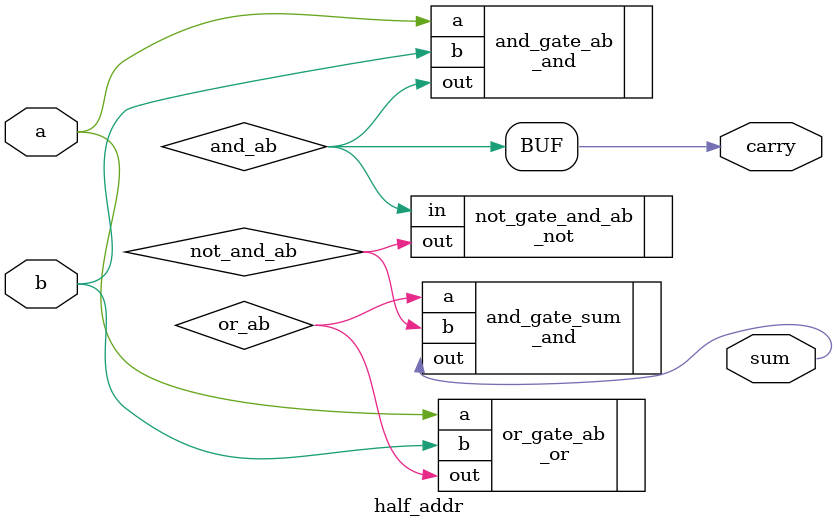
<source format=v>
`default_nettype none

module half_addr(
    input wire a,
    input wire b,
    output wire sum,
    output wire carry
);
    wire or_ab, and_ab, not_and_ab;

    _or or_gate_ab(
        .a(a),
        .b(b),
        .out(or_ab)
    );

    _and and_gate_ab(
        .a(a),
        .b(b),
        .out(and_ab)
    );

    _not not_gate_and_ab(
        .in(and_ab),
        .out(not_and_ab)
    );

    _and and_gate_sum(
        .a(or_ab),
        .b(not_and_ab),
        .out(sum)
    );

    assign carry = and_ab;
endmodule

`default_nettype wire

</source>
